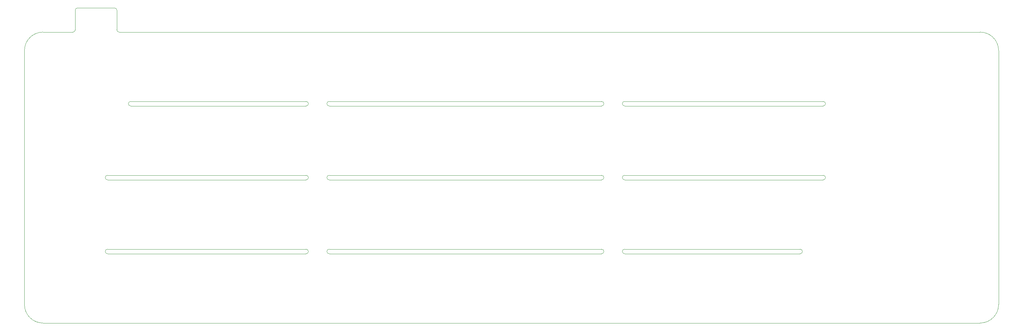
<source format=gm1>
G04 #@! TF.GenerationSoftware,KiCad,Pcbnew,(6.0.5-0)*
G04 #@! TF.CreationDate,2022-09-11T07:04:14-05:00*
G04 #@! TF.ProjectId,pcb,7063622e-6b69-4636-9164-5f7063625858,rev?*
G04 #@! TF.SameCoordinates,Original*
G04 #@! TF.FileFunction,Profile,NP*
%FSLAX46Y46*%
G04 Gerber Fmt 4.6, Leading zero omitted, Abs format (unit mm)*
G04 Created by KiCad (PCBNEW (6.0.5-0)) date 2022-09-11 07:04:14*
%MOMM*%
%LPD*%
G01*
G04 APERTURE LIST*
G04 #@! TA.AperFunction,Profile*
%ADD10C,0.050000*%
G04 #@! TD*
G04 APERTURE END LIST*
D10*
X91057416Y-43668942D02*
X91057416Y-38608805D01*
X329182645Y-49026759D02*
G75*
G03*
X324420112Y-44264255I-4762545J-41D01*
G01*
X150588667Y-81173661D02*
X99391798Y-81173661D01*
X226788731Y-82364339D02*
G75*
G03*
X226788731Y-81173661I69J595339D01*
G01*
X226788731Y-100223677D02*
X156541895Y-100223677D01*
X156541846Y-62123687D02*
X226788731Y-62123603D01*
X232741959Y-62123687D02*
X283938722Y-62123645D01*
X232741959Y-100223719D02*
X277985717Y-100223675D01*
X324420112Y-119273716D02*
G75*
G03*
X329182616Y-114511189I-12J4762516D01*
G01*
X283938795Y-82364165D02*
G75*
G03*
X283938795Y-81173635I5J595265D01*
G01*
X82723034Y-44264260D02*
G75*
G03*
X77960530Y-49026759I-4J-4762500D01*
G01*
X329182616Y-49026759D02*
X329182616Y-114511189D01*
X156541846Y-62123687D02*
G75*
G03*
X156541846Y-63314313I-46J-595313D01*
G01*
X232741910Y-81173671D02*
G75*
G03*
X232741910Y-82364329I-10J-595329D01*
G01*
X283938795Y-82364261D02*
X232741910Y-82364329D01*
X105344913Y-62123603D02*
X150588667Y-62123645D01*
X77960507Y-114511189D02*
G75*
G03*
X82723034Y-119273693I4762493J-11D01*
G01*
X232741910Y-81173703D02*
X283938795Y-81173635D01*
X105344913Y-63314229D02*
X150588667Y-63314271D01*
X283938722Y-63314271D02*
X232741959Y-63314313D01*
X226788731Y-63314229D02*
X156541846Y-63314313D01*
X82723034Y-119273693D02*
X324420112Y-119273693D01*
X101773130Y-43668958D02*
G75*
G03*
X102368363Y-44264270I595270J-42D01*
G01*
X156541895Y-100223697D02*
G75*
G03*
X156541895Y-101414303I-95J-595303D01*
G01*
X324420112Y-44264255D02*
X102368363Y-44264270D01*
X150588667Y-63314355D02*
G75*
G03*
X150588667Y-62123645I33J595355D01*
G01*
X150588667Y-101414165D02*
G75*
G03*
X150588667Y-100223635I33J595265D01*
G01*
X91652729Y-38013494D02*
X101177738Y-38013494D01*
X150588667Y-100223635D02*
X99391794Y-100223677D01*
X232741959Y-100223655D02*
G75*
G03*
X232741959Y-101414345I-59J-595345D01*
G01*
X99391798Y-82364287D02*
X150588667Y-82364287D01*
X156541895Y-81173713D02*
G75*
G03*
X156541895Y-82364287I-95J-595287D01*
G01*
X277985717Y-101414301D02*
X232741959Y-101414345D01*
X105344913Y-62123571D02*
G75*
G03*
X105344913Y-63314229I-13J-595329D01*
G01*
X283938722Y-63314355D02*
G75*
G03*
X283938722Y-62123645I78J595355D01*
G01*
X77960530Y-114511189D02*
X77960530Y-49026759D01*
X101773050Y-38608806D02*
X101773050Y-43668958D01*
X101773006Y-38608806D02*
G75*
G03*
X101177738Y-38013494I-595306J6D01*
G01*
X277985717Y-101414325D02*
G75*
G03*
X277985717Y-100223675I-17J595325D01*
G01*
X226788731Y-82364287D02*
X156541895Y-82364287D01*
X99391794Y-101414303D02*
X150588667Y-101414261D01*
X156541895Y-101414303D02*
X226788731Y-101414303D01*
X150588667Y-82364339D02*
G75*
G03*
X150588667Y-81173661I33J595339D01*
G01*
X226788731Y-101414323D02*
G75*
G03*
X226788731Y-100223677I69J595323D01*
G01*
X91652728Y-38013516D02*
G75*
G03*
X91057416Y-38608806I-28J-595284D01*
G01*
X99391794Y-100223697D02*
G75*
G03*
X99391794Y-101414303I6J-595303D01*
G01*
X90462104Y-44264216D02*
G75*
G03*
X91057416Y-43668943I-4J595316D01*
G01*
X232741959Y-62123687D02*
G75*
G03*
X232741959Y-63314313I-59J-595313D01*
G01*
X226788731Y-63314197D02*
G75*
G03*
X226788731Y-62123603I69J595297D01*
G01*
X82723034Y-44264255D02*
X90462104Y-44264255D01*
X99391798Y-81173713D02*
G75*
G03*
X99391798Y-82364287I2J-595287D01*
G01*
X156541895Y-81173661D02*
X226788731Y-81173661D01*
M02*

</source>
